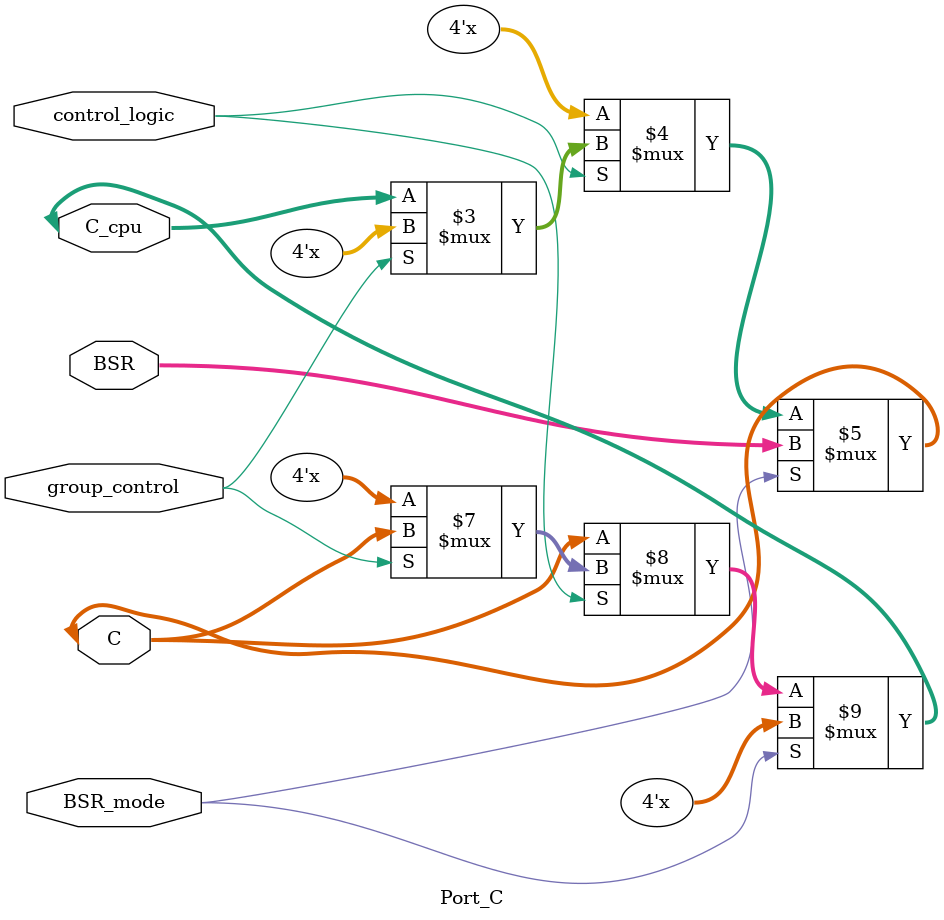
<source format=v>
`timescale 1ns / 1ps

module Port_C(C, C_cpu, group_control, control_logic, BSR, BSR_mode
    );
        
    inout  [3:0] C;
    inout  [3:0] C_cpu;
    input group_control;// control on or out
    input control_logic; // to activate the port
    input [3:0] BSR;
    input BSR_mode;

    assign C = (BSR_mode)? BSR :(!control_logic)? 4'bzzzz : (!group_control)? C_cpu: 4'bzzzz; // if group_control = 0 A is output
    assign C_cpu =(BSR_mode)? 4'bzzzz : (!control_logic)? C : (group_control)? C: 4'bzzzz; // if control_group = 0 "reset" then A is input . if group_control = 1 A input  


endmodule

</source>
